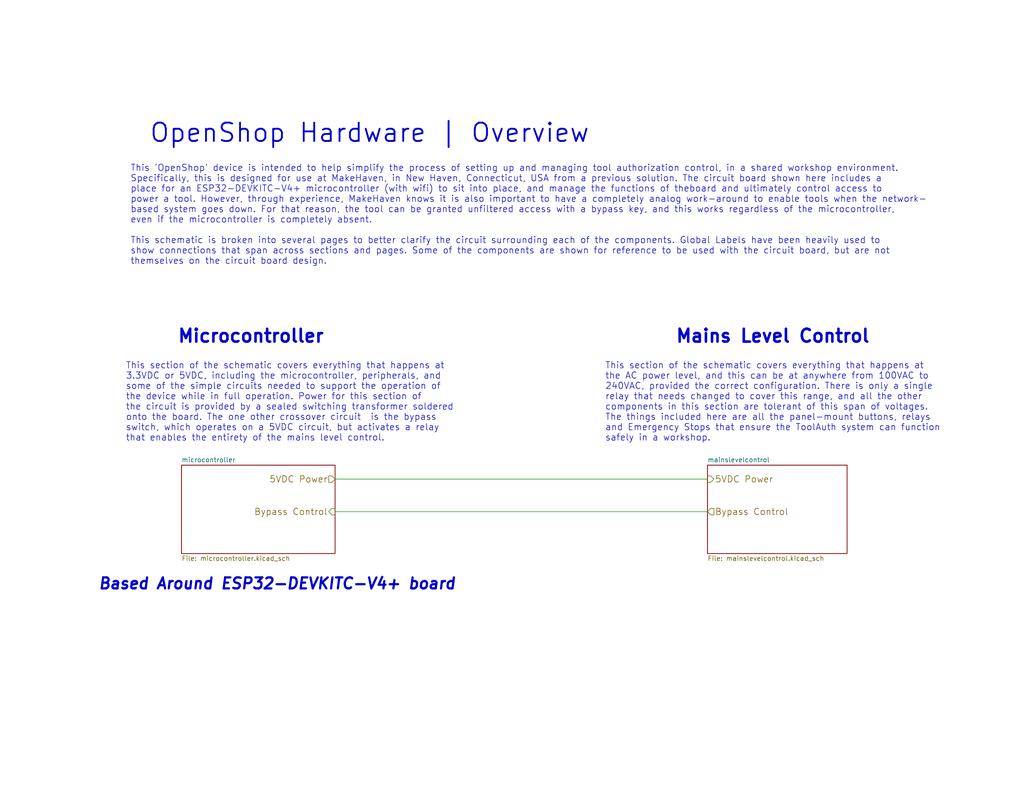
<source format=kicad_sch>
(kicad_sch (version 20211123) (generator eeschema)
  (paper "USLetter")
  (title_block (title "ToolAuth Hardware | Overview | ESP32-DEVKITC-V4") (date "2022-10-09") (rev "3") (company "Corey Rice & MakeHaven") (comment 1 "Highest Level Overview"))
  (lib_symbols)
  (wire (pts (xy 91.44 139.7) (xy 193.04 139.7)))
  (wire (pts (xy 91.44 130.81) (xy 193.04 130.81)))
  (text "OpenShop Hardware | Overview" (at 40.64 39.37 0) (effects (font (size 5 5) (thickness 0.5) bold) (justify left bottom)))
  (text "Mains Level Control" (at 184.15 93.98 0) (effects (font (size 3.5 3.5) bold) (justify left bottom)))
  (text "Microcontroller" (at 48.26 93.98 0) (effects (font (size 3.5 3.5) bold) (justify left bottom)))
  (text "This section of the schematic covers everything that happens at \n3.3VDC or 5VDC, including the microcontroller, peripherals, and \nsome of the simple circuits needed to support the operation of \nthe device while in full operation. Power for this section of \nthe circuit is provided by a sealed switching transformer soldered \nonto the board. The one other crossover circuit  is the bypass \nswitch, which operates on a 5VDC circuit, but activates a relay \nthat enables the entirety of the mains level control. \n" (at 34.29 120.65 0) (effects (font (size 1.75 1.75)) (justify left bottom)))
  (text "This 'OpenShop' device is intended to help simplify the process of setting up and managing tool authorization control, in a shared workshop environment. \nSpecifically, this is designed for use at MakeHaven, in New Haven, Connecticut, USA from a previous solution. The circuit board shown here includes a \nplace for an ESP32-DEVKITC-V4+ microcontroller (with wifi) to sit into place, and manage the functions of theboard and ultimately control access to \npower a tool. However, through experience, MakeHaven knows it is also important to have a completely analog work-around to enable tools when the network-\nbased system goes down. For that reason, the tool can be granted unfiltered access with a bypass key, and this works regardless of the microcontroller, \neven if the microcontroller is completely absent. \n\nThis schematic is broken into several pages to better clarify the circuit surrounding each of the components. Global Labels have been heavily used to \nshow connections that span across sections and pages. Some of the components are shown for reference to be used with the circuit board, but are not \nthemselves on the circuit board design. \n" (at 35.56 72.39 0) (effects (font (size 1.75 1.75)) (justify left bottom)))
  (text "This section of the schematic covers everything that happens at \nthe AC power level, and this can be at anywhere from 100VAC to \n240VAC, provided the correct configuration. There is only a single \nrelay that needs changed to cover this range, and all the other \ncomponents in this section are tolerant of this span of voltages. \nThe things included here are all the panel-mount buttons, relays \nand Emergency Stops that ensure the ToolAuth system can function \nsafely in a workshop.\n" (at 165.1 120.65 0) (effects (font (size 1.75 1.75)) (justify left bottom)))
  (text "Based Around ESP32-DEVKITC-V4+ board" (at 26.67 161.29 0) (effects (font (size 3 3) (thickness 0.6) bold italic) (justify left bottom)))
  (hierarchical_label "5VDC Power" (shape output) (at 193.04 130.81 0) (effects (font (size 1.75 1.75))))
  (hierarchical_label "Bypass Control" (shape output) (at 91.44 139.7 180) (effects (font (size 1.75 1.75))))
  (hierarchical_label "Bypass Control" (shape input) (at 193.04 139.7 0) (effects (font (size 1.75 1.75))))
  (hierarchical_label "5VDC Power" (shape input) (at 91.44 130.81 180) (effects (font (size 1.75 1.75))))
  (sheet (at 49.53 127) (size 41.91 24.13) (stroke (width 0.1524))
    (property "Sheet name" "microcontroller" (at 49.53 126.2884 0) (effects (justify left bottom)))
    (property "Sheet file" "microcontroller.kicad_sch" (at 49.53 151.7146 0) (effects (justify left top)))
  )
  (sheet (at 193.04 127) (size 38.1 24.13) (stroke (width 0.1524))
    (property "Sheet name" "mainslevelcontrol" (at 193.04 126.2884 0) (effects (justify left bottom)))
    (property "Sheet file" "mainslevelcontrol.kicad_sch" (at 193.04 151.7146 0) (effects (justify left top)))
  )
)
</source>
